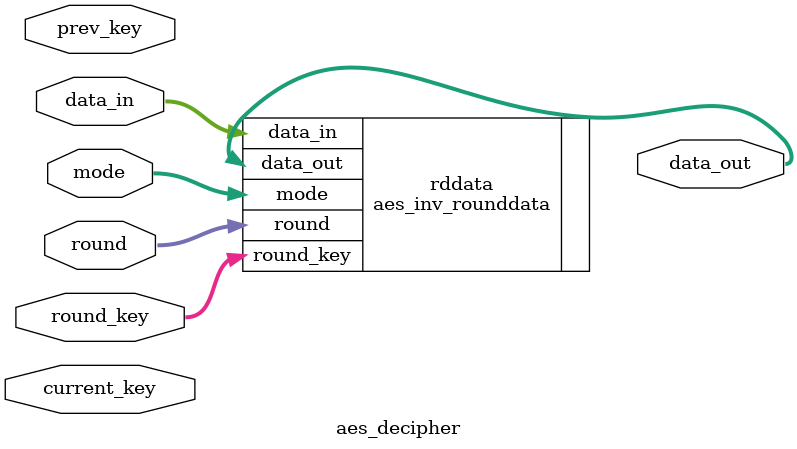
<source format=sv>
/*
* Contact : swann.l.ryan@gmail.com
* Purpose : This module contains a complete encipher core for an AES unit.
*/



module aes_decipher(input logic [3:0] round,
		     input logic [1:0] mode, //00 for 128 01 for 192 and 10 for 256
		     input logic [127:0] prev_key,
		     input logic [127:0] current_key,
		     input logic [127:0] data_in,
		     input logic [127:0] round_key, 
		     output logic [127:0] data_out);
		     
		     
		     
		     //AES datapath
		     aes_inv_rounddata rddata(.round(round),
		     			      .mode(mode),
		     			      .round_key(round_key),
		     			      .data_in(data_in),
		     			      .data_out(data_out));
endmodule

</source>
